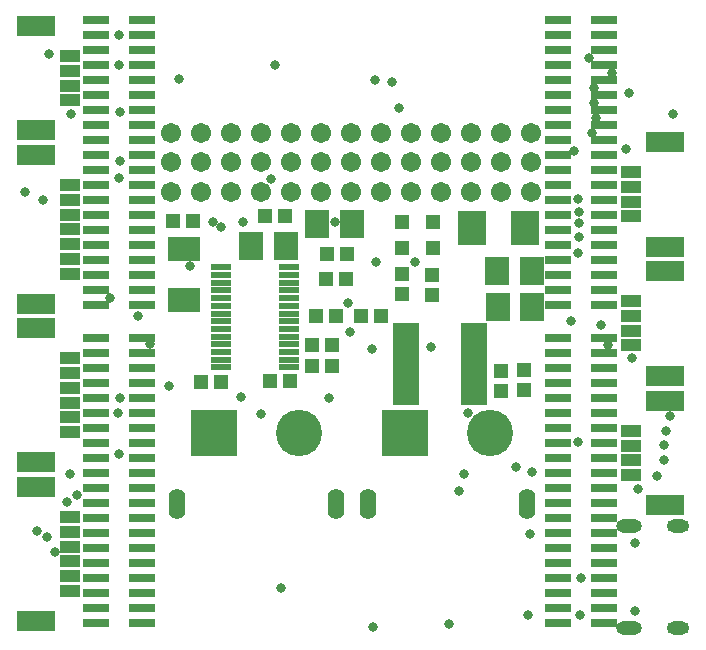
<source format=gts>
G04*
G04 #@! TF.GenerationSoftware,Altium Limited,Altium Designer,23.6.0 (18)*
G04*
G04 Layer_Color=8388736*
%FSLAX44Y44*%
%MOMM*%
G71*
G04*
G04 #@! TF.SameCoordinates,C0EE57D9-4E2B-4701-80FF-B58ABC17C381*
G04*
G04*
G04 #@! TF.FilePolarity,Negative*
G04*
G01*
G75*
%ADD27R,1.2032X1.3032*%
%ADD28R,2.2032X6.9132*%
%ADD29R,1.7032X1.0032*%
%ADD30R,3.2032X1.8032*%
%ADD31R,2.2032X0.6532*%
%ADD32R,1.9932X2.4132*%
%ADD33R,2.4032X3.0032*%
%ADD34R,1.3032X1.2032*%
%ADD35R,2.8032X2.1032*%
%ADD36R,1.3032X1.3032*%
%ADD37R,1.7732X0.6132*%
%ADD38C,3.9192*%
%ADD39R,3.9192X3.9192*%
%ADD40O,1.4032X2.6032*%
%ADD41C,0.8032*%
%ADD42O,2.2032X1.1032*%
%ADD43O,1.9032X1.1032*%
%ADD44C,1.7032*%
D27*
X652000Y1036750D02*
D03*
Y1053750D02*
D03*
X633000Y1053500D02*
D03*
Y1036500D02*
D03*
X574000Y1134500D02*
D03*
Y1117500D02*
D03*
X549000Y1135000D02*
D03*
Y1118000D02*
D03*
D28*
X552140Y1059250D02*
D03*
X609860D02*
D03*
D29*
X267750Y1319750D02*
D03*
Y1307250D02*
D03*
Y1294750D02*
D03*
Y1282250D02*
D03*
X742500Y1074750D02*
D03*
Y1087250D02*
D03*
Y1099750D02*
D03*
Y1112250D02*
D03*
Y965000D02*
D03*
Y977500D02*
D03*
Y990000D02*
D03*
Y1002500D02*
D03*
X742750Y1184000D02*
D03*
Y1196500D02*
D03*
Y1209000D02*
D03*
Y1221500D02*
D03*
X267750Y1210500D02*
D03*
Y1198000D02*
D03*
Y1185500D02*
D03*
Y1173000D02*
D03*
Y1160500D02*
D03*
Y1148000D02*
D03*
Y1135500D02*
D03*
Y1001250D02*
D03*
Y1013750D02*
D03*
Y1026250D02*
D03*
Y1038750D02*
D03*
Y1051250D02*
D03*
Y1063750D02*
D03*
Y867000D02*
D03*
Y879500D02*
D03*
Y892000D02*
D03*
Y904500D02*
D03*
Y917000D02*
D03*
Y929500D02*
D03*
D30*
X238750Y1345250D02*
D03*
Y1256750D02*
D03*
X771500Y1049250D02*
D03*
Y1137750D02*
D03*
Y939500D02*
D03*
Y1028000D02*
D03*
X771750Y1158500D02*
D03*
Y1247000D02*
D03*
X238750Y1236000D02*
D03*
Y1110000D02*
D03*
Y975750D02*
D03*
Y1089250D02*
D03*
Y841500D02*
D03*
Y955000D02*
D03*
D31*
X720000Y1350000D02*
D03*
Y1337300D02*
D03*
Y1324600D02*
D03*
Y1311900D02*
D03*
Y1273800D02*
D03*
Y1286500D02*
D03*
Y1299200D02*
D03*
Y1261100D02*
D03*
Y1248400D02*
D03*
Y1235700D02*
D03*
Y1223000D02*
D03*
Y1210300D02*
D03*
Y1172200D02*
D03*
Y1184900D02*
D03*
Y1197600D02*
D03*
Y1159500D02*
D03*
Y1146800D02*
D03*
Y1134100D02*
D03*
Y1121400D02*
D03*
Y1108700D02*
D03*
X681000Y1350000D02*
D03*
Y1337300D02*
D03*
Y1324600D02*
D03*
Y1311900D02*
D03*
Y1273800D02*
D03*
Y1286500D02*
D03*
Y1299200D02*
D03*
Y1261100D02*
D03*
Y1248400D02*
D03*
Y1235700D02*
D03*
Y1223000D02*
D03*
Y1210300D02*
D03*
Y1172200D02*
D03*
Y1184900D02*
D03*
Y1197600D02*
D03*
Y1159500D02*
D03*
Y1146800D02*
D03*
Y1134100D02*
D03*
Y1121400D02*
D03*
Y1108700D02*
D03*
X329000Y1350000D02*
D03*
Y1337300D02*
D03*
Y1324600D02*
D03*
Y1311900D02*
D03*
Y1273800D02*
D03*
Y1286500D02*
D03*
Y1299200D02*
D03*
Y1261100D02*
D03*
Y1248400D02*
D03*
Y1235700D02*
D03*
Y1223000D02*
D03*
Y1210300D02*
D03*
Y1172200D02*
D03*
Y1184900D02*
D03*
Y1197600D02*
D03*
Y1159500D02*
D03*
Y1146800D02*
D03*
Y1134100D02*
D03*
Y1121400D02*
D03*
Y1108700D02*
D03*
X290000Y1350000D02*
D03*
Y1337300D02*
D03*
Y1324600D02*
D03*
Y1311900D02*
D03*
Y1273800D02*
D03*
Y1286500D02*
D03*
Y1299200D02*
D03*
Y1261100D02*
D03*
Y1248400D02*
D03*
Y1235700D02*
D03*
Y1223000D02*
D03*
Y1210300D02*
D03*
Y1172200D02*
D03*
Y1184900D02*
D03*
Y1197600D02*
D03*
Y1159500D02*
D03*
Y1146800D02*
D03*
Y1134100D02*
D03*
Y1121400D02*
D03*
Y1108700D02*
D03*
X681000Y840100D02*
D03*
Y852800D02*
D03*
Y865500D02*
D03*
Y878200D02*
D03*
Y890900D02*
D03*
Y929000D02*
D03*
Y916300D02*
D03*
Y903600D02*
D03*
Y941700D02*
D03*
Y954400D02*
D03*
Y967100D02*
D03*
Y979800D02*
D03*
Y992500D02*
D03*
Y1030600D02*
D03*
Y1017900D02*
D03*
Y1005200D02*
D03*
Y1043300D02*
D03*
Y1056000D02*
D03*
Y1068700D02*
D03*
Y1081400D02*
D03*
X720000Y840100D02*
D03*
Y852800D02*
D03*
Y865500D02*
D03*
Y878200D02*
D03*
Y890900D02*
D03*
Y929000D02*
D03*
Y916300D02*
D03*
Y903600D02*
D03*
Y941700D02*
D03*
Y954400D02*
D03*
Y967100D02*
D03*
Y979800D02*
D03*
Y992500D02*
D03*
Y1030600D02*
D03*
Y1017900D02*
D03*
Y1005200D02*
D03*
Y1043300D02*
D03*
Y1056000D02*
D03*
Y1068700D02*
D03*
Y1081400D02*
D03*
X290000Y840100D02*
D03*
Y852800D02*
D03*
Y865500D02*
D03*
Y878200D02*
D03*
Y890900D02*
D03*
Y929000D02*
D03*
Y916300D02*
D03*
Y903600D02*
D03*
Y941700D02*
D03*
Y954400D02*
D03*
Y967100D02*
D03*
Y979800D02*
D03*
Y992500D02*
D03*
Y1030600D02*
D03*
Y1017900D02*
D03*
Y1005200D02*
D03*
Y1043300D02*
D03*
Y1056000D02*
D03*
Y1068700D02*
D03*
Y1081400D02*
D03*
X329000Y840100D02*
D03*
Y852800D02*
D03*
Y865500D02*
D03*
Y878200D02*
D03*
Y890900D02*
D03*
Y929000D02*
D03*
Y916300D02*
D03*
Y903600D02*
D03*
Y941700D02*
D03*
Y954400D02*
D03*
Y967100D02*
D03*
Y979800D02*
D03*
Y992500D02*
D03*
Y1030600D02*
D03*
Y1017900D02*
D03*
Y1005200D02*
D03*
Y1043300D02*
D03*
Y1056000D02*
D03*
Y1068700D02*
D03*
Y1081400D02*
D03*
D32*
X629650Y1138000D02*
D03*
X658850D02*
D03*
X629800Y1107250D02*
D03*
X659000D02*
D03*
X450350Y1159250D02*
D03*
X421150D02*
D03*
X506350Y1177500D02*
D03*
X477150D02*
D03*
D33*
X608000Y1174000D02*
D03*
X653000D02*
D03*
D34*
X485000Y1152000D02*
D03*
X502000D02*
D03*
X355000Y1179750D02*
D03*
X372000D02*
D03*
X530750Y1099500D02*
D03*
X513750D02*
D03*
X473000Y1075250D02*
D03*
X490000D02*
D03*
X473000Y1057000D02*
D03*
X490000D02*
D03*
X453750Y1044250D02*
D03*
X436750D02*
D03*
X395500Y1043750D02*
D03*
X378500D02*
D03*
X432500Y1184000D02*
D03*
X449500D02*
D03*
X493250Y1099750D02*
D03*
X476250D02*
D03*
X501250Y1131250D02*
D03*
X484250D02*
D03*
D35*
X364000Y1156250D02*
D03*
Y1113250D02*
D03*
D36*
X549000Y1157000D02*
D03*
X549000Y1179000D02*
D03*
X575000Y1157000D02*
D03*
X575000Y1179000D02*
D03*
D37*
X395830Y1140750D02*
D03*
Y1134250D02*
D03*
Y1127750D02*
D03*
Y1121250D02*
D03*
Y1114750D02*
D03*
Y1108250D02*
D03*
Y1101750D02*
D03*
Y1095250D02*
D03*
Y1088750D02*
D03*
Y1082250D02*
D03*
Y1075750D02*
D03*
Y1069250D02*
D03*
Y1062750D02*
D03*
Y1056250D02*
D03*
X453330Y1140750D02*
D03*
Y1134250D02*
D03*
Y1127750D02*
D03*
Y1121250D02*
D03*
Y1114750D02*
D03*
Y1108250D02*
D03*
Y1101750D02*
D03*
Y1095250D02*
D03*
Y1088750D02*
D03*
Y1082250D02*
D03*
Y1075750D02*
D03*
Y1069250D02*
D03*
Y1062750D02*
D03*
Y1056250D02*
D03*
D38*
X461750Y1000750D02*
D03*
X623250D02*
D03*
D39*
X389750D02*
D03*
X551250D02*
D03*
D40*
X493250Y940750D02*
D03*
X358250D02*
D03*
X519750D02*
D03*
X654750D02*
D03*
D41*
X745950Y907650D02*
D03*
Y849850D02*
D03*
X487178Y1030034D02*
D03*
X778589Y1270801D02*
D03*
X741339Y1288300D02*
D03*
X713500Y1267050D02*
D03*
X711750Y1279750D02*
D03*
X707250Y1318500D02*
D03*
X738250Y1241138D02*
D03*
X726500Y1305150D02*
D03*
X711750Y1292450D02*
D03*
X699000Y1187500D02*
D03*
X698250Y1198500D02*
D03*
X698346Y1177980D02*
D03*
X698500Y1166750D02*
D03*
X694746Y1239468D02*
D03*
X698250Y1153000D02*
D03*
X597250Y951500D02*
D03*
X588250Y838500D02*
D03*
X525750Y1299250D02*
D03*
X540250Y1297750D02*
D03*
X414000Y1179250D02*
D03*
X395750Y1175000D02*
D03*
X700750Y878000D02*
D03*
X503500Y1110500D02*
D03*
X505000Y1085897D02*
D03*
X388500Y1179000D02*
D03*
X698000Y993000D02*
D03*
X268750Y1271000D02*
D03*
X309500Y982750D02*
D03*
X764750Y964250D02*
D03*
X559750Y1145500D02*
D03*
X604500Y1017500D02*
D03*
X244500Y1198000D02*
D03*
X309750Y1230750D02*
D03*
X309250Y1216500D02*
D03*
X359705Y1300184D02*
D03*
X249832Y1321454D02*
D03*
X309642Y1312242D02*
D03*
X229500Y1205000D02*
D03*
X301500Y1115250D02*
D03*
X699750Y846750D02*
D03*
X723500Y1074750D02*
D03*
X717633Y1091688D02*
D03*
X692250Y1095250D02*
D03*
X527000Y1145000D02*
D03*
X491705Y1179000D02*
D03*
X429250Y1016750D02*
D03*
X335250Y1075750D02*
D03*
X645750Y972000D02*
D03*
X573500Y1073250D02*
D03*
X709750Y1254250D02*
D03*
X369657Y1141935D02*
D03*
X310250Y1272000D02*
D03*
X351963Y1040747D02*
D03*
X441250Y1312000D02*
D03*
X438250Y1215500D02*
D03*
X523750Y1072000D02*
D03*
X743250Y1064500D02*
D03*
X748750Y953500D02*
D03*
X239955Y917676D02*
D03*
X267455Y966183D02*
D03*
X655705Y846433D02*
D03*
X309205Y1337433D02*
D03*
X546455Y1275934D02*
D03*
X657455Y914684D02*
D03*
X325133Y1099688D02*
D03*
X446383Y869438D02*
D03*
X659133Y967938D02*
D03*
X524133Y836688D02*
D03*
X601750Y965500D02*
D03*
X412346Y1031230D02*
D03*
X775517Y1014888D02*
D03*
X772767Y1002138D02*
D03*
X771017Y990638D02*
D03*
X770767Y977638D02*
D03*
X248517Y912388D02*
D03*
X254750Y900000D02*
D03*
X264949Y941956D02*
D03*
X274000Y948500D02*
D03*
X310449Y1030456D02*
D03*
X308199Y1017456D02*
D03*
D42*
X741050Y922000D02*
D03*
Y835500D02*
D03*
D43*
X782750Y922000D02*
D03*
Y835500D02*
D03*
D44*
X658250Y1204750D02*
D03*
X632850D02*
D03*
X607450D02*
D03*
X582050D02*
D03*
X556650D02*
D03*
X531250D02*
D03*
X505850D02*
D03*
X480450D02*
D03*
X455050D02*
D03*
X429650D02*
D03*
X404250D02*
D03*
X378850D02*
D03*
X353450D02*
D03*
X658250Y1229750D02*
D03*
X632850D02*
D03*
X607450D02*
D03*
X582050D02*
D03*
X556650D02*
D03*
X531250D02*
D03*
X505850D02*
D03*
X480450D02*
D03*
X455050D02*
D03*
X429650D02*
D03*
X404250D02*
D03*
X378850D02*
D03*
X353450D02*
D03*
X658250Y1254750D02*
D03*
X632850D02*
D03*
X607450D02*
D03*
X582050D02*
D03*
X556650D02*
D03*
X531250D02*
D03*
X505850D02*
D03*
X480450D02*
D03*
X455050D02*
D03*
X429650D02*
D03*
X404250D02*
D03*
X378850D02*
D03*
X353450D02*
D03*
M02*

</source>
